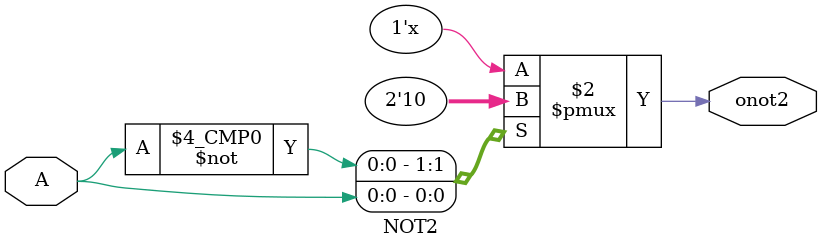
<source format=v>
module NOT2 (output reg onot2, input A);
always @(A)//always is monitoring these inputs, this is the sensitivity list
    case ({A})//The curly braces is concatenating the values for these two inputs
                //this operates like a switch case
        1'b0:onot2=1;//2 is saying the number of 
        1'b1:onot2=0;
    endcase
endmodule
</source>
